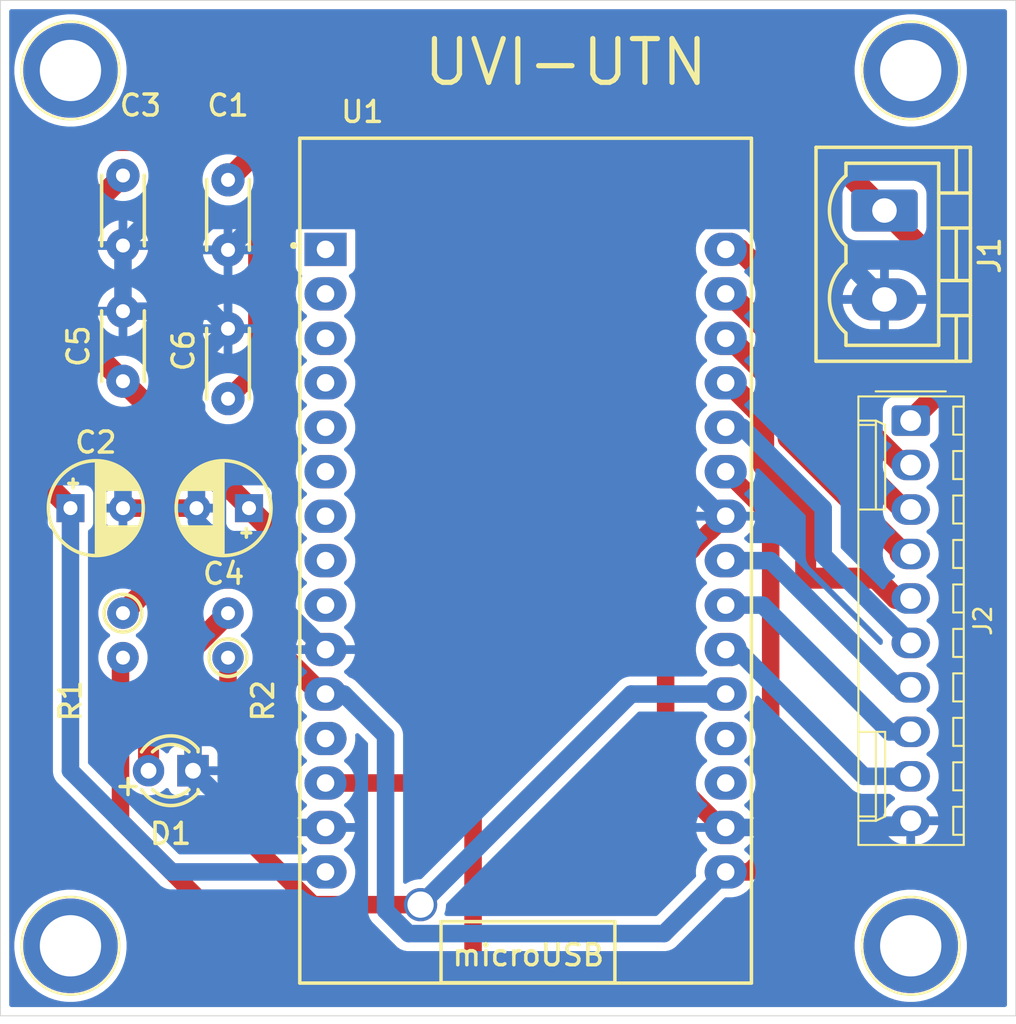
<source format=kicad_pcb>
(kicad_pcb (version 20241229) (generator "pcbnew") (generator_version "9.0")
  (layers (0 "F.Cu" signal) (2 "B.Cu" signal) (13 "F.Paste" user) (15 "B.Paste" user) (5 "F.SilkS" user "F.Silkscreen") (7 "B.SilkS" user "B.Silkscreen") (1 "F.Mask" user) (3 "B.Mask" user) (25 "Edge.Cuts" user))
  (net 0 "")
  (net 13 "GND")
  (net 14 "+5V")
  (net 15 "+3.3V")
  (net 16 "Net-(U1-RST)")
  (net 17 "Net-(D1-A)")
  (net 18 "/RELE3")
  (net 19 "/RELE2")
  (net 20 "/RELE4")
  (net 21 "/RELE5")
  (net 22 "/RELE8")
  (net 23 "/RELE6")
  (net 24 "/RELE1")
  (net 25 "/RELE7")
  (net 26 "Net-(U1-D8)")
  (footprint "miLED:miLED_D3.0mm_verde" (layer "F.Cu") (at 146 83 180)
    (property "Reference" "D1" (at 1.28 -3.6 0) (layer "F.SilkS") (effects (font (size 1.2 1.2) (thickness 0.2))))
    (property "Value" "miLED_3mm_verde")
    (fp_text user "+" (at 3.71 -0.99 180) (layer "F.SilkS") (effects (font (size 1.2 1.2) (thickness 0.2))))
    (pad "1" thru_hole rect (at 0 0 180) (size 1.8 1.8) (drill 0.9) (layers "*.Cu" "*.Mask") (net 13 "GND"))
    (pad "2" thru_hole custom (at 2.54 0 180) (size 1.8 1.8) (drill 0.9) (layers "*.Cu" "*.Mask") (net 17 "Net-(D1-A)") (options (clearance outline) (anchor circle)) (primitives))
  )
  (footprint "miBornera:miBornera_enchufable_2pin_p5.08mm" (layer "F.Cu") (at 185.5 51 -90)
    (property "Reference" "J1" (at 2.57 -6.01 90) (layer "F.SilkS") (effects (font (size 1.2 1.2) (thickness 0.2))))
    (property "Value" "Conector")
    (pad "1" thru_hole roundrect (at 0 0 270) (size 2.4 3.8) (drill 1.4) (layers "*.Cu" "*.Mask") (roundrect_rratio 0.125) (net 14 "+5V"))
    (pad "2" thru_hole oval (at 5.08 0 270) (size 2.4 3.8) (drill 1.4) (layers "*.Cu" "*.Mask") (net 13 "GND"))
  )
  (footprint "Connector_Molex:Molex_KK-254_AE-6410-10A_1x10_P2.54mm_Vertical" (layer "F.Cu") (at 187 63 -90)
    (property "Reference" "J2" (at 11.43 -4.12 90) (layer "F.SilkS"))
    (property "Value" "Modulo Reles")
    (pad "1" thru_hole roundrect (at 0 0 270) (size 1.74 2.19) (drill 1.19) (layers "*.Cu" "*.Mask") (roundrect_rratio 0.143678) (net 14 "+5V"))
    (pad "2" thru_hole oval (at 2.54 0 270) (size 1.74 2.19) (drill 1.19) (layers "*.Cu" "*.Mask") (net 24 "/RELE1"))
    (pad "3" thru_hole oval (at 5.08 0 270) (size 1.74 2.19) (drill 1.19) (layers "*.Cu" "*.Mask") (net 19 "/RELE2"))
    (pad "4" thru_hole oval (at 7.62 0 270) (size 1.74 2.19) (drill 1.19) (layers "*.Cu" "*.Mask") (net 18 "/RELE3"))
    (pad "5" thru_hole oval (at 10.16 0 270) (size 1.74 2.19) (drill 1.19) (layers "*.Cu" "*.Mask") (net 20 "/RELE4"))
    (pad "6" thru_hole oval (at 12.7 0 270) (size 1.74 2.19) (drill 1.19) (layers "*.Cu" "*.Mask") (net 21 "/RELE5"))
    (pad "7" thru_hole oval (at 15.24 0 270) (size 1.74 2.19) (drill 1.19) (layers "*.Cu" "*.Mask") (net 23 "/RELE6"))
    (pad "8" thru_hole oval (at 17.78 0 270) (size 1.74 2.19) (drill 1.19) (layers "*.Cu" "*.Mask") (net 25 "/RELE7"))
    (pad "9" thru_hole oval (at 20.32 0 270) (size 1.74 2.19) (drill 1.19) (layers "*.Cu" "*.Mask") (net 22 "/RELE8"))
    (pad "10" thru_hole oval (at 22.86 0 270) (size 1.74 2.19) (drill 1.19) (layers "*.Cu" "*.Mask") (net 13 "GND"))
  )
  (footprint "miTornillo:M3" (layer "F.Cu") (at 139 93)
    (property "Reference" "T3" (hide yes))
    (property "Value" "miTornilloM3" (hide yes))
    (pad "e" thru_hole custom (at 0 0) (size 5.4 5.4) (drill 3.5) (layers "*.Cu") (options (clearance outline) (anchor circle)) (primitives))
  )
  (footprint "miTornillo:M3" (layer "F.Cu") (at 187 93)
    (property "Reference" "T4" (hide yes))
    (property "Value" "miTornilloM3" (hide yes))
    (pad "e" thru_hole custom (at 0 0) (size 5.4 5.4) (drill 3.5) (layers "*.Cu") (options (clearance outline) (anchor circle)) (primitives))
  )
  (footprint "miCapacitor_THT:miCP_vertical_D5.0mm_P2.5mm" (layer "F.Cu") (at 139.2 68)
    (property "Reference" "C2" (at 1.25 -3.75 0) (layer "F.SilkS") (effects (font (size 1.2 1.2) (thickness 0.2))))
    (property "Value" "100uF")
    (pad "1" thru_hole rect (at -0.2 0) (size 1.6 1.6) (drill 0.8) (layers "*.Cu" "*.Mask") (net 14 "+5V"))
    (pad "2" thru_hole custom (at 2.8 0) (size 1.6 1.6) (drill 0.8) (layers "*.Cu" "*.Mask") (net 13 "GND") (options (clearance outline) (anchor circle)) (primitives))
  )
  (footprint "miCapacitor_THT:miCP_vertical_D5.0mm_P2.5mm" (layer "F.Cu") (at 149 68 180)
    (property "Reference" "C4" (at 1.25 -3.75 0) (layer "F.SilkS") (effects (font (size 1.2 1.2) (thickness 0.2))))
    (property "Value" "100uF")
    (pad "1" thru_hole rect (at -0.2 0 180) (size 1.6 1.6) (drill 0.8) (layers "*.Cu" "*.Mask") (net 15 "+3.3V"))
    (pad "2" thru_hole custom (at 2.8 0 180) (size 1.6 1.6) (drill 0.8) (layers "*.Cu" "*.Mask") (net 13 "GND") (options (clearance outline) (anchor circle)) (primitives))
  )
  (footprint "miCapacitor_THT:miCAP_lenteja_p4mm" (layer "F.Cu") (at 142 49.75 -90)
    (property "Reference" "C3" (at -4.75 -1 180) (layer "F.SilkS") (effects (font (size 1.2 1.2) (thickness 0.2))))
    (property "Value" "100nF")
    (pad "1" thru_hole custom (at -0.75 0 270) (size 1.9 1.9) (drill 0.8) (layers "*.Cu" "*.Mask") (net 15 "+3.3V") (options (clearance outline) (anchor circle)) (primitives))
    (pad "2" thru_hole custom (at 3.25 0 270) (size 1.9 1.9) (drill 0.8) (layers "*.Cu" "*.Mask") (net 13 "GND") (options (clearance outline) (anchor circle)) (primitives))
  )
  (footprint "miCapacitor_THT:miCAP_lenteja_p4mm" (layer "F.Cu") (at 148 61 90)
    (property "Reference" "C6" (at 2 -2.55 270) (layer "F.SilkS") (effects (font (size 1.2 1.2) (thickness 0.2))))
    (property "Value" "miCAP")
    (pad "1" thru_hole custom (at -0.75 0 90) (size 1.9 1.9) (drill 0.8) (layers "*.Cu" "*.Mask") (net 16 "Net-(U1-RST)") (options (clearance outline) (anchor circle)) (primitives))
    (pad "2" thru_hole custom (at 3.25 0 90) (size 1.9 1.9) (drill 0.8) (layers "*.Cu" "*.Mask") (net 13 "GND") (options (clearance outline) (anchor circle)) (primitives))
  )
  (footprint "miCapacitor_THT:miCAP_lenteja_p4mm" (layer "F.Cu") (at 142 60 90)
    (property "Reference" "C5" (at 1.25 -2.55 90) (layer "F.SilkS") (effects (font (size 1.2 1.2) (thickness 0.2))))
    (property "Value" "100nF")
    (pad "1" thru_hole custom (at -0.75 0 90) (size 1.9 1.9) (drill 0.8) (layers "*.Cu" "*.Mask") (net 15 "+3.3V") (options (clearance outline) (anchor circle)) (primitives))
    (pad "2" thru_hole custom (at 3.25 0 90) (size 1.9 1.9) (drill 0.8) (layers "*.Cu" "*.Mask") (net 13 "GND") (options (clearance outline) (anchor circle)) (primitives))
  )
  (footprint "miResistor_THT:miRES_0.25W_D1.6mm_P2.54mm_Vertical" (layer "F.Cu") (at 142 74 -90)
    (property "Reference" "R1" (at 5 3 90) (layer "F.SilkS") (effects (font (size 1.2 1.2) (thickness 0.2))))
    (property "Value" "10K")
    (pad "1" thru_hole custom (at 0 0 270) (size 1.8 1.8) (drill 0.8) (layers "*.Cu" "*.Mask") (net 15 "+3.3V") (options (clearance outline) (anchor circle)) (primitives))
    (pad "2" thru_hole custom (at 2.54 0 270) (size 1.8 1.8) (drill 0.8) (layers "*.Cu" "*.Mask") (net 16 "Net-(U1-RST)") (options (clearance outline) (anchor circle)) (primitives))
  )
  (footprint "miCapacitor_THT:miCAP_lenteja_p4mm" (layer "F.Cu") (at 148 50 -90)
    (property "Reference" "C1" (at -5 0 180) (layer "F.SilkS") (effects (font (size 1.2 1.2) (thickness 0.2))))
    (property "Value" "100nF")
    (pad "1" thru_hole custom (at -0.75 0 270) (size 1.9 1.9) (drill 0.8) (layers "*.Cu" "*.Mask") (net 14 "+5V") (options (clearance outline) (anchor circle)) (primitives))
    (pad "2" thru_hole custom (at 3.25 0 270) (size 1.9 1.9) (drill 0.8) (layers "*.Cu" "*.Mask") (net 13 "GND") (options (clearance outline) (anchor circle)) (primitives))
  )
  (footprint "miTornillo:M3" (layer "F.Cu") (at 139 43)
    (property "Reference" "T1" (hide yes))
    (property "Value" "miTornilloM3" (hide yes))
    (pad "e" thru_hole custom (at 0 0) (size 5.4 5.4) (drill 3.5) (layers "*.Cu") (options (clearance outline) (anchor circle)) (primitives))
  )
  (footprint "miESPx:miESP8266_30pin" (layer "F.Cu") (at 165 71)
    (property "Reference" "U1" (at -9.325 -25.635 0) (layer "F.SilkS") (effects (font (size 1.2 1.2) (thickness 0.2))))
    (property "Value" "miESP8266_30pin_microUSB")
    (fp_text user "microUSB" (at -4.29 23.24 0) (layer "F.SilkS") (effects (font (size 1.2 1.2) (thickness 0.2) (bold yes)) (justify left bottom)))
    (pad "1" thru_hole rect (at -11.43 -17.78) (size 2.4 1.9) (drill 1) (layers "*.Cu" "*.Mask"))
    (pad "2" thru_hole oval (at -11.43 -15.24) (size 2.4 1.9) (drill 1) (layers "*.Cu" "*.Mask"))
    (pad "3" thru_hole oval (at -11.43 -12.7) (size 2.4 1.9) (drill 1) (layers "*.Cu" "*.Mask"))
    (pad "4" thru_hole oval (at -11.43 -10.16) (size 2.4 1.9) (drill 1) (layers "*.Cu" "*.Mask"))
    (pad "5" thru_hole oval (at -11.43 -7.62) (size 2.4 1.9) (drill 1) (layers "*.Cu" "*.Mask"))
    (pad "6" thru_hole oval (at -11.43 -5.08) (size 2.4 1.9) (drill 1) (layers "*.Cu" "*.Mask"))
    (pad "7" thru_hole oval (at -11.43 -2.54) (size 2.4 1.9) (drill 1) (layers "*.Cu" "*.Mask"))
    (pad "8" thru_hole oval (at -11.43 0) (size 2.4 1.9) (drill 1) (layers "*.Cu" "*.Mask"))
    (pad "9" thru_hole oval (at -11.43 2.54) (size 2.4 1.9) (drill 1) (layers "*.Cu" "*.Mask"))
    (pad "10" thru_hole oval (at -11.43 5.08) (size 2.4 1.9) (drill 1) (layers "*.Cu" "*.Mask") (net 13 "GND"))
    (pad "11" thru_hole oval (at -11.43 7.62) (size 2.4 1.9) (drill 1) (layers "*.Cu" "*.Mask") (net 15 "+3.3V"))
    (pad "12" thru_hole oval (at -11.43 10.16) (size 2.4 1.9) (drill 1) (layers "*.Cu" "*.Mask"))
    (pad "13" thru_hole oval (at -11.43 12.7) (size 2.4 1.9) (drill 1) (layers "*.Cu" "*.Mask") (net 16 "Net-(U1-RST)"))
    (pad "14" thru_hole oval (at -11.43 15.24) (size 2.4 1.9) (drill 1) (layers "*.Cu" "*.Mask") (net 13 "GND"))
    (pad "15" thru_hole oval (at -11.43 17.78) (size 2.4 1.9) (drill 1) (layers "*.Cu" "*.Mask") (net 14 "+5V"))
    (pad "16" thru_hole oval (at 11.43 17.78) (size 2.4 1.9) (drill 1) (layers "*.Cu" "*.Mask") (net 15 "+3.3V"))
    (pad "17" thru_hole oval (at 11.43 15.24) (size 2.4 1.9) (drill 1) (layers "*.Cu" "*.Mask") (net 13 "GND"))
    (pad "18" thru_hole oval (at 11.43 12.7) (size 2.4 1.9) (drill 1) (layers "*.Cu" "*.Mask"))
    (pad "19" thru_hole oval (at 11.43 10.16) (size 2.4 1.9) (drill 1) (layers "*.Cu" "*.Mask"))
    (pad "20" thru_hole oval (at 11.43 7.62) (size 2.4 1.9) (drill 1) (layers "*.Cu" "*.Mask") (net 26 "Net-(U1-D8)"))
    (pad "21" thru_hole oval (at 11.43 5.08) (size 2.4 1.9) (drill 1) (layers "*.Cu" "*.Mask") (net 22 "/RELE8"))
    (pad "22" thru_hole oval (at 11.43 2.54) (size 2.4 1.9) (drill 1) (layers "*.Cu" "*.Mask") (net 25 "/RELE7"))
    (pad "23" thru_hole oval (at 11.43 0) (size 2.4 1.9) (drill 1) (layers "*.Cu" "*.Mask") (net 23 "/RELE6"))
    (pad "24" thru_hole oval (at 11.43 -2.54) (size 2.4 1.9) (drill 1) (layers "*.Cu" "*.Mask") (net 13 "GND"))
    (pad "25" thru_hole oval (at 11.43 -5.08) (size 2.4 1.9) (drill 1) (layers "*.Cu" "*.Mask") (net 15 "+3.3V"))
    (pad "26" thru_hole oval (at 11.43 -7.62) (size 2.4 1.9) (drill 1) (layers "*.Cu" "*.Mask") (net 21 "/RELE5"))
    (pad "27" thru_hole oval (at 11.43 -10.16) (size 2.4 1.9) (drill 1) (layers "*.Cu" "*.Mask") (net 20 "/RELE4"))
    (pad "28" thru_hole oval (at 11.43 -12.7) (size 2.4 1.9) (drill 1) (layers "*.Cu" "*.Mask") (net 18 "/RELE3"))
    (pad "29" thru_hole oval (at 11.43 -15.24) (size 2.4 1.9) (drill 1) (layers "*.Cu" "*.Mask") (net 19 "/RELE2"))
    (pad "30" thru_hole oval (at 11.43 -17.78) (size 2.4 1.9) (drill 1) (layers "*.Cu" "*.Mask") (net 24 "/RELE1"))
  )
  (footprint "miResistor_THT:miRES_0.25W_D1.6mm_P2.54mm_Vertical" (layer "F.Cu") (at 148 76.54 90)
    (property "Reference" "R2" (at -2.46 2 90) (layer "F.SilkS") (effects (font (size 1.2 1.2) (thickness 0.2))))
    (property "Value" "470")
    (pad "1" thru_hole custom (at 0 0 90) (size 1.8 1.8) (drill 0.8) (layers "*.Cu" "*.Mask") (net 26 "Net-(U1-D8)") (options (clearance outline) (anchor circle)) (primitives))
    (pad "2" thru_hole custom (at 2.54 0 90) (size 1.8 1.8) (drill 0.8) (layers "*.Cu" "*.Mask") (net 17 "Net-(D1-A)") (options (clearance outline) (anchor circle)) (primitives))
  )
  (footprint "miTornillo:M3" (layer "F.Cu") (at 187 43)
    (property "Reference" "T2" (hide yes))
    (property "Value" "miTornilloM3" (hide yes))
    (pad "e" thru_hole custom (at 0 0) (size 5.4 5.4) (drill 3.5) (layers "*.Cu") (options (clearance outline) (anchor circle)) (primitives))
  )
  (gr_rect (start 135 39) (end 193 97) (stroke (width 0.05)) (fill no) (layer "Edge.Cuts"))
  (gr_text "UVI-UTN" (at 159 44 0) (layer "F.SilkS") (effects (font (size 2.5 2.5) (thickness 0.3) (bold yes)) (justify left bottom)))
  (segment (start 176.18 86.24) (end 173 83.06) (width 1) (layer "F.Cu") (net 13))
  (segment (start 175.496133 69.349) (end 175.541 69.349) (width 1) (layer "F.Cu") (net 13))
  (segment (start 174.529 70.361) (end 174.529 70.316133) (width 1) (layer "F.Cu") (net 13))
  (segment (start 175.541 69.349) (end 176.43 68.46) (width 1) (layer "F.Cu") (net 13))
  (segment (start 173 83.06) (end 173 71.89) (width 1) (layer "F.Cu") (net 13))
  (segment (start 174.529 70.316133) (end 175.496133 69.349) (width 1) (layer "F.Cu") (net 13))
  (segment (start 173 71.89) (end 174.529 70.361) (width 1) (layer "F.Cu") (net 13))
  (segment (start 176.43 86.24) (end 176.18 86.24) (width 1) (layer "F.Cu") (net 13))
  (segment (start 142 68) (end 146.2 68) (width 1) (layer "F.Cu") (net 13))
  (segment (start 144.875 60.875) (end 146.2 62.2) (width 1) (layer "B.Cu") (net 13))
  (segment (start 144.875 60.875) (end 142 63.75) (width 1) (layer "B.Cu") (net 13))
  (segment (start 176.18 68.46) (end 176.43 68.46) (width 1) (layer "B.Cu") (net 13))
  (segment (start 146.2 68.754867) (end 150.722566 73.277434) (width 1) (layer "B.Cu") (net 13))
  (segment (start 142 53) (end 142 56.75) (width 1) (layer "B.Cu") (net 13))
  (segment (start 149.24 86.24) (end 153.57 86.24) (width 1) (layer "B.Cu") (net 13))
  (segment (start 171 63.28) (end 176.18 68.46) (width 1) (layer "B.Cu") (net 13))
  (segment (start 150.722566 76.277434) (end 146 81) (width 1) (layer "B.Cu") (net 13))
  (segment (start 150.722566 73.277434) (end 153.525133 76.08) (width 1) (layer "B.Cu") (net 13))
  (segment (start 146 83) (end 149.24 86.24) (width 1) (layer "B.Cu") (net 13))
  (segment (start 142 63.75) (end 142 68) (width 1) (layer "B.Cu") (net 13))
  (segment (start 143.431 51.569) (end 151 51.569) (width 1) (layer "B.Cu") (net 13))
  (segment (start 146.2 62.2) (end 146.2 68) (width 1) (layer "B.Cu") (net 13))
  (segment (start 151 51.569) (end 149.681 51.569) (width 1) (layer "B.Cu") (net 13))
  (segment (start 150.722566 73.277434) (end 150.722566 76.277434) (width 1) (layer "B.Cu") (net 13))
  (segment (start 142 56.75) (end 147 56.75) (width 1) (layer "B.Cu") (net 13))
  (segment (start 146.2 68) (end 146.2 68.754867) (width 1) (layer "B.Cu") (net 13))
  (segment (start 142 53) (end 143.431 51.569) (width 1) (layer "B.Cu") (net 13))
  (segment (start 171 51.569) (end 180.989 51.569) (width 1) (layer "B.Cu") (net 13))
  (segment (start 176.68 68.46) (end 176.43 68.46) (width 1) (layer "B.Cu") (net 13))
  (segment (start 148 57.75) (end 144.875 60.875) (width 1) (layer "B.Cu") (net 13))
  (segment (start 180.989 51.569) (end 185.5 56.08) (width 1) (layer "B.Cu") (net 13))
  (segment (start 186.62 86.24) (end 187 85.86) (width 1) (layer "B.Cu") (net 13))
  (segment (start 151 51.569) (end 171 51.569) (width 1) (layer "B.Cu") (net 13))
  (segment (start 176.43 86.24) (end 186.62 86.24) (width 1) (layer "B.Cu") (net 13))
  (segment (start 147 56.75) (end 148 57.75) (width 1) (layer "B.Cu") (net 13))
  (segment (start 149.681 51.569) (end 148 53.25) (width 1) (layer "B.Cu") (net 13))
  (segment (start 146 81) (end 146 83) (width 1) (layer "B.Cu") (net 13))
  (segment (start 171 51.569) (end 171 63.28) (width 1) (layer "B.Cu") (net 13))
  (segment (start 153.525133 76.08) (end 153.57 76.08) (width 1) (layer "B.Cu") (net 13))
  (segment (start 140 47) (end 150.25 47) (width 1.2) (layer "F.Cu") (net 14))
  (segment (start 189 54.5) (end 189 61) (width 1.2) (layer "F.Cu") (net 14))
  (segment (start 150.25 47) (end 181.5 47) (width 1.2) (layer "F.Cu") (net 14))
  (segment (start 185.5 51) (end 189 54.5) (width 1.2) (layer "F.Cu") (net 14))
  (segment (start 181.5 47) (end 185.5 51) (width 1.2) (layer "F.Cu") (net 14))
  (segment (start 137 50) (end 140 47) (width 1.2) (layer "F.Cu") (net 14))
  (segment (start 189 61) (end 187 63) (width 1.2) (layer "F.Cu") (net 14))
  (segment (start 139 68) (end 137 66) (width 1.2) (layer "F.Cu") (net 14))
  (segment (start 148 49.25) (end 150.25 47) (width 1.2) (layer "F.Cu") (net 14))
  (segment (start 137 66) (end 137 50) (width 1.2) (layer "F.Cu") (net 14))
  (segment (start 153.57 88.78) (end 144.78 88.78) (width 1) (layer "B.Cu") (net 14))
  (segment (start 139 83) (end 139 68) (width 1) (layer "B.Cu") (net 14))
  (segment (start 144.78 88.78) (end 139 83) (width 1) (layer "B.Cu") (net 14))
  (segment (start 179 68.445133) (end 179 87.56) (width 1) (layer "F.Cu") (net 15))
  (segment (start 151 76.3) (end 151 72) (width 1.2) (layer "F.Cu") (net 15))
  (segment (start 151 69.8) (end 149.2 68) (width 1.2) (layer "F.Cu") (net 15))
  (segment (start 139 57.75) (end 142 60.75) (width 1.2) (layer "F.Cu") (net 15))
  (segment (start 142 74) (end 144 72) (width 1.2) (layer "F.Cu") (net 15))
  (segment (start 153.32 78.62) (end 151 76.3) (width 1.2) (layer "F.Cu") (net 15))
  (segment (start 176.474867 65.92) (end 179 68.445133) (width 1) (layer "F.Cu") (net 15))
  (segment (start 149.2 67.95) (end 142 60.75) (width 1.2) (layer "F.Cu") (net 15))
  (segment (start 142 49) (end 139 52) (width 1.2) (layer "F.Cu") (net 15))
  (segment (start 177.78 88.78) (end 176.43 88.78) (width 1) (layer "F.Cu") (net 15))
  (segment (start 179 87.56) (end 177.78 88.78) (width 1) (layer "F.Cu") (net 15))
  (segment (start 151 72) (end 151 69.8) (width 1.2) (layer "F.Cu") (net 15))
  (segment (start 139 52) (end 139 57.75) (width 1.2) (layer "F.Cu") (net 15))
  (segment (start 153.57 78.62) (end 153.32 78.62) (width 1.2) (layer "F.Cu") (net 15))
  (segment (start 144 72) (end 151 72) (width 1.2) (layer "F.Cu") (net 15))
  (segment (start 176.43 65.92) (end 176.474867 65.92) (width 1) (layer "F.Cu") (net 15))
  (segment (start 149.2 68) (end 149.2 67.95) (width 1.2) (layer "F.Cu") (net 15))
  (segment (start 172.908 92.302) (end 158.316133 92.302) (width 1) (layer "B.Cu") (net 15))
  (segment (start 154.62 78.62) (end 153.57 78.62) (width 1) (layer "B.Cu") (net 15))
  (segment (start 157 90.985867) (end 157 81) (width 1) (layer "B.Cu") (net 15))
  (segment (start 157 81) (end 154.62 78.62) (width 1) (layer "B.Cu") (net 15))
  (segment (start 158.316133 92.302) (end 157 90.985867) (width 1) (layer "B.Cu") (net 15))
  (segment (start 176.43 88.78) (end 172.908 92.302) (width 1) (layer "B.Cu") (net 15))
  (segment (start 150 94) (end 162 94) (width 1) (layer "F.Cu") (net 16))
  (segment (start 142 76.54) (end 141.859 76.681) (width 1) (layer "F.Cu") (net 16))
  (segment (start 156 49) (end 151 49) (width 1) (layer "F.Cu") (net 16))
  (segment (start 153.57 83.7) (end 160.7 83.7) (width 1) (layer "F.Cu") (net 16))
  (segment (start 151 49) (end 149.651 50.349) (width 1) (layer "F.Cu") (net 16))
  (segment (start 141.859 76.681) (end 141.859 85.859) (width 1) (layer "F.Cu") (net 16))
  (segment (start 162 85) (end 162 55) (width 1) (layer "F.Cu") (net 16))
  (segment (start 160.7 83.7) (end 162 85) (width 1) (layer "F.Cu") (net 16))
  (segment (start 149.651 60.099) (end 148 61.75) (width 1) (layer "F.Cu") (net 16))
  (segment (start 141.859 85.859) (end 150 94) (width 1) (layer "F.Cu") (net 16))
  (segment (start 162 94) (end 162 85) (width 1) (layer "F.Cu") (net 16))
  (segment (start 162 55) (end 156 49) (width 1) (layer "F.Cu") (net 16))
  (segment (start 149.651 50.349) (end 149.651 60.099) (width 1) (layer "F.Cu") (net 16))
  (segment (start 143.46 78.54) (end 143.46 83) (width 1.2) (layer "F.Cu") (net 17))
  (segment (start 148 74) (end 143.46 78.54) (width 1.2) (layer "F.Cu") (net 17))
  (segment (start 176.68 58.3) (end 180 61.62) (width 1.2) (layer "F.Cu") (net 18))
  (segment (start 176.43 58.3) (end 176.68 58.3) (width 1.2) (layer "F.Cu") (net 18))
  (segment (start 186.401 70.401001) (end 186.401 70.62) (width 1.2) (layer "F.Cu") (net 18))
  (segment (start 186.401 70.62) (end 187 70.62) (width 1.2) (layer "F.Cu") (net 18))
  (segment (start 180 61.62) (end 180 64.000001) (width 1.2) (layer "F.Cu") (net 18))
  (segment (start 180 64.000001) (end 186.401 70.401001) (width 1.2) (layer "F.Cu") (net 18))
  (segment (start 182 61.08) (end 182 63.5) (width 1.2) (layer "F.Cu") (net 19))
  (segment (start 176.43 55.76) (end 176.68 55.76) (width 1.2) (layer "F.Cu") (net 19))
  (segment (start 176.68 55.76) (end 182 61.08) (width 1.2) (layer "F.Cu") (net 19))
  (segment (start 182 63.5) (end 186.58 68.08) (width 1.2) (layer "F.Cu") (net 19))
  (segment (start 186.58 68.08) (end 187 68.08) (width 1.2) (layer "F.Cu") (net 19))
  (segment (start 178.599 65.599) (end 181 68) (width 1.2) (layer "F.Cu") (net 20))
  (segment (start 181 72) (end 185 72) (width 1.2) (layer "F.Cu") (net 20))
  (segment (start 185 72) (end 186.16 73.16) (width 1.2) (layer "F.Cu") (net 20))
  (segment (start 186.16 73.16) (end 187 73.16) (width 1.2) (layer "F.Cu") (net 20))
  (segment (start 178.599 62.822712) (end 178.599 65.599) (width 1.2) (layer "F.Cu") (net 20))
  (segment (start 181 68) (end 181 72) (width 1.2) (layer "F.Cu") (net 20))
  (segment (start 176.43 60.84) (end 176.616288 60.84) (width 1.2) (layer "F.Cu") (net 20))
  (segment (start 176.616288 60.84) (end 178.599 62.822712) (width 1.2) (layer "F.Cu") (net 20))
  (segment (start 177.38 63.38) (end 182 68) (width 1) (layer "B.Cu") (net 21))
  (segment (start 176.43 63.38) (end 177.38 63.38) (width 1) (layer "B.Cu") (net 21))
  (segment (start 182 68) (end 182 70.7) (width 1) (layer "B.Cu") (net 21))
  (segment (start 182 70.7) (end 187 75.7) (width 1) (layer "B.Cu") (net 21))
  (segment (start 184.32 83.32) (end 187 83.32) (width 1) (layer "B.Cu") (net 22))
  (segment (start 177.08 76.08) (end 184.32 83.32) (width 1) (layer "B.Cu") (net 22))
  (segment (start 176.43 76.08) (end 177.08 76.08) (width 1) (layer "B.Cu") (net 22))
  (segment (start 176.43 71) (end 179 71) (width 1) (layer "B.Cu") (net 23))
  (segment (start 179 71) (end 186.24 78.24) (width 1) (layer "B.Cu") (net 23))
  (segment (start 186.24 78.24) (end 187 78.24) (width 1) (layer "B.Cu") (net 23))
  (segment (start 184 63) (end 186.54 65.54) (width 1.2) (layer "F.Cu") (net 24))
  (segment (start 184 60) (end 184 63) (width 1.2) (layer "F.Cu") (net 24))
  (segment (start 186.54 65.54) (end 187 65.54) (width 1.2) (layer "F.Cu") (net 24))
  (segment (start 176.43 53.22) (end 177.22 53.22) (width 1.2) (layer "F.Cu") (net 24))
  (segment (start 177.22 53.22) (end 184 60) (width 1.2) (layer "F.Cu") (net 24))
  (segment (start 185.78 80.78) (end 187 80.78) (width 1) (layer "B.Cu") (net 25))
  (segment (start 176.43 73.54) (end 178.54 73.54) (width 1) (layer "B.Cu") (net 25))
  (segment (start 178.54 73.54) (end 185.78 80.78) (width 1) (layer "B.Cu") (net 25))
  (segment (start 148 76.54) (end 148 85.794867) (width 1) (layer "F.Cu") (net 26))
  (segment (start 152.856133 90.651) (end 159 90.651) (width 1) (layer "F.Cu") (net 26))
  (segment (start 148 85.794867) (end 152.856133 90.651) (width 1) (layer "F.Cu") (net 26))
  (via (at 159 90.651) (size 1.9) (drill 1.5) (layers "F.Cu" "B.Cu") (net 26))
  (segment (start 159 90.651) (end 171.031 78.62) (width 1) (layer "B.Cu") (net 26))
  (segment (start 171.031 78.62) (end 176.43 78.62) (width 1) (layer "B.Cu") (net 26))
  (zone (net 13) (net_name "GND") (layer "B.Cu") (connect_pads (clearance 0.5)) (min_thickness 0.25) (fill yes (thermal_gap 0.5) (thermal_bridge_width 0.5))
    (polygon (pts (xy 135 39) (xy 193 39) (xy 193 97) (xy 135 97)))
  )
)
</source>
